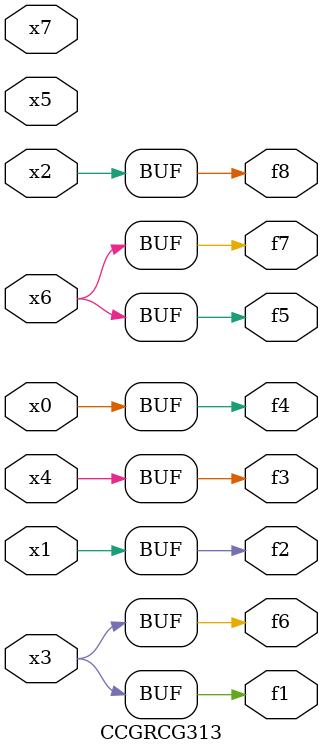
<source format=v>
module CCGRCG313(
	input x0, x1, x2, x3, x4, x5, x6, x7,
	output f1, f2, f3, f4, f5, f6, f7, f8
);
	assign f1 = x3;
	assign f2 = x1;
	assign f3 = x4;
	assign f4 = x0;
	assign f5 = x6;
	assign f6 = x3;
	assign f7 = x6;
	assign f8 = x2;
endmodule

</source>
